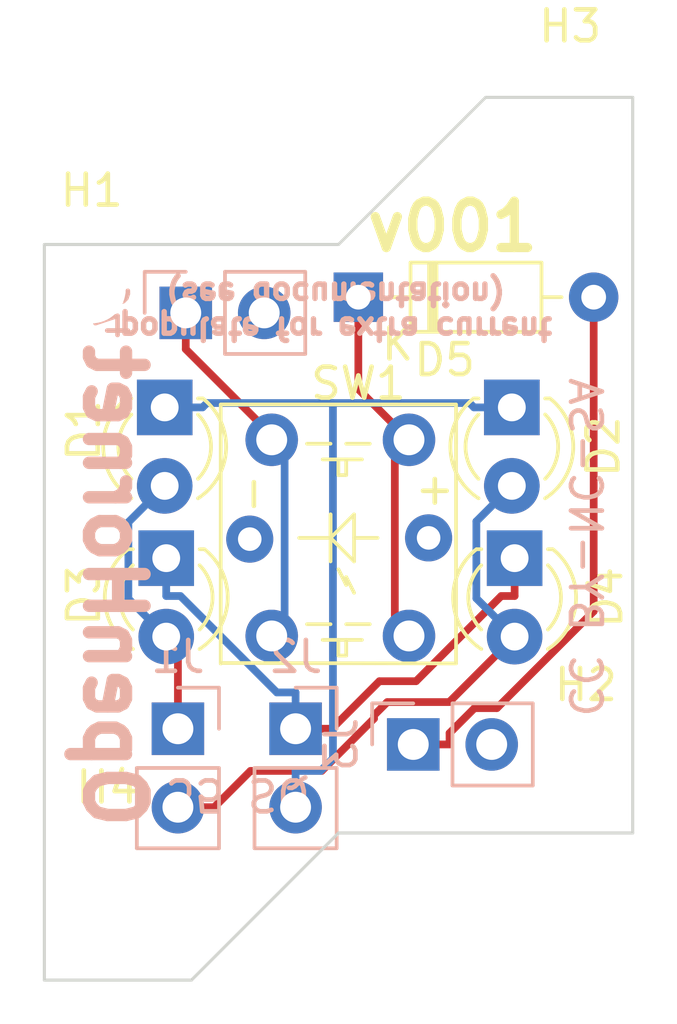
<source format=kicad_pcb>
(kicad_pcb (version 20171130) (host pcbnew "(5.1.5-0-10_14)")

  (general
    (thickness 1.6)
    (drawings 13)
    (tracks 54)
    (zones 0)
    (modules 14)
    (nets 12)
  )

  (page A4)
  (layers
    (0 F.Cu signal)
    (31 B.Cu signal)
    (32 B.Adhes user hide)
    (33 F.Adhes user hide)
    (34 B.Paste user)
    (35 F.Paste user)
    (36 B.SilkS user)
    (37 F.SilkS user)
    (38 B.Mask user)
    (39 F.Mask user)
    (40 Dwgs.User user hide)
    (41 Cmts.User user hide)
    (42 Eco1.User user hide)
    (43 Eco2.User user hide)
    (44 Edge.Cuts user)
    (45 Margin user hide)
    (46 B.CrtYd user)
    (47 F.CrtYd user)
    (48 B.Fab user hide)
    (49 F.Fab user hide)
  )

  (setup
    (last_trace_width 0.25)
    (trace_clearance 0.2)
    (zone_clearance 0.508)
    (zone_45_only no)
    (trace_min 0.2)
    (via_size 0.6)
    (via_drill 0.4)
    (via_min_size 0.4)
    (via_min_drill 0.3)
    (uvia_size 0.3)
    (uvia_drill 0.1)
    (uvias_allowed no)
    (uvia_min_size 0.2)
    (uvia_min_drill 0.1)
    (edge_width 0.15)
    (segment_width 0.2)
    (pcb_text_width 0.3)
    (pcb_text_size 1.5 1.5)
    (mod_edge_width 0.15)
    (mod_text_size 1 1)
    (mod_text_width 0.15)
    (pad_size 0.6 0.6)
    (pad_drill 0.4)
    (pad_to_mask_clearance 0.2)
    (aux_axis_origin 158.05648 106.68498)
    (grid_origin 158.05648 106.68498)
    (visible_elements 7FFFFFFF)
    (pcbplotparams
      (layerselection 0x010fc_ffffffff)
      (usegerberextensions false)
      (usegerberattributes false)
      (usegerberadvancedattributes false)
      (creategerberjobfile false)
      (excludeedgelayer true)
      (linewidth 0.100000)
      (plotframeref false)
      (viasonmask false)
      (mode 1)
      (useauxorigin false)
      (hpglpennumber 1)
      (hpglpenspeed 20)
      (hpglpendiameter 15.000000)
      (psnegative false)
      (psa4output false)
      (plotreference true)
      (plotvalue true)
      (plotinvisibletext false)
      (padsonsilk false)
      (subtractmaskfromsilk false)
      (outputformat 1)
      (mirror false)
      (drillshape 0)
      (scaleselection 1)
      (outputdirectory "manufacturing/gerber/"))
  )

  (net 0 "")
  (net 1 "Net-(D1-Pad1)")
  (net 2 "Net-(D3-Pad1)")
  (net 3 "Net-(D1-Pad2)")
  (net 4 "Net-(D2-Pad2)")
  (net 5 "Net-(J3-Pad2)")
  (net 6 "Net-(J4-Pad2)")
  (net 7 "Net-(J4-Pad1)")
  (net 8 "Net-(SW1-Pad6)")
  (net 9 "Net-(SW1-Pad5)")
  (net 10 "Net-(D5-Pad2)")
  (net 11 "Net-(D5-Pad1)")

  (net_class Default "This is the default net class."
    (clearance 0.2)
    (trace_width 0.25)
    (via_dia 0.6)
    (via_drill 0.4)
    (uvia_dia 0.3)
    (uvia_drill 0.1)
    (add_net "Net-(D1-Pad1)")
    (add_net "Net-(D1-Pad2)")
    (add_net "Net-(D2-Pad2)")
    (add_net "Net-(D3-Pad1)")
    (add_net "Net-(D5-Pad1)")
    (add_net "Net-(D5-Pad2)")
    (add_net "Net-(J3-Pad2)")
    (add_net "Net-(J4-Pad1)")
    (add_net "Net-(J4-Pad2)")
    (add_net "Net-(SW1-Pad5)")
    (add_net "Net-(SW1-Pad6)")
  )

  (module MountingHole:MountingHole_2.2mm_M2 (layer F.Cu) (tedit 56D1B4CB) (tstamp 5EEF18F0)
    (at 159.58048 84.33298)
    (descr "Mounting Hole 2.2mm, no annular, M2")
    (tags "mounting hole 2.2mm no annular m2")
    (path /5EEECC41)
    (attr virtual)
    (fp_text reference H1 (at 0 -3.2) (layer F.SilkS)
      (effects (font (size 1 1) (thickness 0.15)))
    )
    (fp_text value MountingHole (at 0 3.2) (layer F.Fab)
      (effects (font (size 1 1) (thickness 0.15)))
    )
    (fp_circle (center 0 0) (end 2.45 0) (layer F.CrtYd) (width 0.05))
    (fp_circle (center 0 0) (end 2.2 0) (layer Cmts.User) (width 0.15))
    (fp_text user %R (at 0.3 0) (layer F.Fab)
      (effects (font (size 1 1) (thickness 0.15)))
    )
    (pad 1 np_thru_hole circle (at 0 0) (size 2.2 2.2) (drill 2.2) (layers *.Cu *.Mask))
  )

  (module MountingHole:MountingHole_3.2mm_M3 (layer F.Cu) (tedit 56D1B4CB) (tstamp 5EEF1908)
    (at 160.08848 104.65298)
    (descr "Mounting Hole 3.2mm, no annular, M3")
    (tags "mounting hole 3.2mm no annular m3")
    (path /5EEED746)
    (attr virtual)
    (fp_text reference H4 (at 0 -4.2) (layer F.SilkS)
      (effects (font (size 1 1) (thickness 0.15)))
    )
    (fp_text value MountingHole (at 0 4.2) (layer F.Fab)
      (effects (font (size 1 1) (thickness 0.15)))
    )
    (fp_circle (center 0 0) (end 3.45 0) (layer F.CrtYd) (width 0.05))
    (fp_circle (center 0 0) (end 3.2 0) (layer Cmts.User) (width 0.15))
    (fp_text user %R (at 0.3 0) (layer F.Fab)
      (effects (font (size 1 1) (thickness 0.15)))
    )
    (pad 1 np_thru_hole circle (at 0 0) (size 3.2 3.2) (drill 3.2) (layers *.Cu *.Mask))
  )

  (module MountingHole:MountingHole_3.2mm_M3 (layer F.Cu) (tedit 56D1B4CB) (tstamp 5EEF1900)
    (at 175.07448 80.01498)
    (descr "Mounting Hole 3.2mm, no annular, M3")
    (tags "mounting hole 3.2mm no annular m3")
    (path /5EEED377)
    (attr virtual)
    (fp_text reference H3 (at 0 -4.2) (layer F.SilkS)
      (effects (font (size 1 1) (thickness 0.15)))
    )
    (fp_text value MountingHole (at 0 4.2) (layer F.Fab)
      (effects (font (size 1 1) (thickness 0.15)))
    )
    (fp_circle (center 0 0) (end 3.45 0) (layer F.CrtYd) (width 0.05))
    (fp_circle (center 0 0) (end 3.2 0) (layer Cmts.User) (width 0.15))
    (fp_text user %R (at 0.3 0) (layer F.Fab)
      (effects (font (size 1 1) (thickness 0.15)))
    )
    (pad 1 np_thru_hole circle (at 0 0) (size 3.2 3.2) (drill 3.2) (layers *.Cu *.Mask))
  )

  (module MountingHole:MountingHole_2.2mm_M2 (layer F.Cu) (tedit 56D1B4CB) (tstamp 5EEF18F8)
    (at 175.58248 100.33498)
    (descr "Mounting Hole 2.2mm, no annular, M2")
    (tags "mounting hole 2.2mm no annular m2")
    (path /5EEED081)
    (attr virtual)
    (fp_text reference H2 (at 0 -3.2) (layer F.SilkS)
      (effects (font (size 1 1) (thickness 0.15)))
    )
    (fp_text value MountingHole (at 0 3.2) (layer F.Fab)
      (effects (font (size 1 1) (thickness 0.15)))
    )
    (fp_circle (center 0 0) (end 2.45 0) (layer F.CrtYd) (width 0.05))
    (fp_circle (center 0 0) (end 2.2 0) (layer Cmts.User) (width 0.15))
    (fp_text user %R (at 0.3 0) (layer F.Fab)
      (effects (font (size 1 1) (thickness 0.15)))
    )
    (pad 1 np_thru_hole circle (at 0 0) (size 2.2 2.2) (drill 2.2) (layers *.Cu *.Mask))
  )

  (module Diode_THT:D_DO-35_SOD27_P7.62mm_Horizontal (layer F.Cu) (tedit 5AE50CD5) (tstamp 5EEEECB0)
    (at 168.216 84.587)
    (descr "Diode, DO-35_SOD27 series, Axial, Horizontal, pin pitch=7.62mm, , length*diameter=4*2mm^2, , http://www.diodes.com/_files/packages/DO-35.pdf")
    (tags "Diode DO-35_SOD27 series Axial Horizontal pin pitch 7.62mm  length 4mm diameter 2mm")
    (path /5EEF607D)
    (fp_text reference D5 (at 2.794 2.032) (layer F.SilkS)
      (effects (font (size 1 1) (thickness 0.15)))
    )
    (fp_text value 1N4148 (at 3.81 2.12) (layer F.Fab)
      (effects (font (size 1 1) (thickness 0.15)))
    )
    (fp_text user K (at 1.27 1.524) (layer F.SilkS)
      (effects (font (size 1 1) (thickness 0.15)))
    )
    (fp_text user K (at 0 -1.8) (layer F.Fab)
      (effects (font (size 1 1) (thickness 0.15)))
    )
    (fp_text user %R (at 4.11 0) (layer F.Fab)
      (effects (font (size 0.8 0.8) (thickness 0.12)))
    )
    (fp_line (start 8.67 -1.25) (end -1.05 -1.25) (layer F.CrtYd) (width 0.05))
    (fp_line (start 8.67 1.25) (end 8.67 -1.25) (layer F.CrtYd) (width 0.05))
    (fp_line (start -1.05 1.25) (end 8.67 1.25) (layer F.CrtYd) (width 0.05))
    (fp_line (start -1.05 -1.25) (end -1.05 1.25) (layer F.CrtYd) (width 0.05))
    (fp_line (start 2.29 -1.12) (end 2.29 1.12) (layer F.SilkS) (width 0.12))
    (fp_line (start 2.53 -1.12) (end 2.53 1.12) (layer F.SilkS) (width 0.12))
    (fp_line (start 2.41 -1.12) (end 2.41 1.12) (layer F.SilkS) (width 0.12))
    (fp_line (start 6.58 0) (end 5.93 0) (layer F.SilkS) (width 0.12))
    (fp_line (start 1.04 0) (end 1.69 0) (layer F.SilkS) (width 0.12))
    (fp_line (start 5.93 -1.12) (end 1.69 -1.12) (layer F.SilkS) (width 0.12))
    (fp_line (start 5.93 1.12) (end 5.93 -1.12) (layer F.SilkS) (width 0.12))
    (fp_line (start 1.69 1.12) (end 5.93 1.12) (layer F.SilkS) (width 0.12))
    (fp_line (start 1.69 -1.12) (end 1.69 1.12) (layer F.SilkS) (width 0.12))
    (fp_line (start 2.31 -1) (end 2.31 1) (layer F.Fab) (width 0.1))
    (fp_line (start 2.51 -1) (end 2.51 1) (layer F.Fab) (width 0.1))
    (fp_line (start 2.41 -1) (end 2.41 1) (layer F.Fab) (width 0.1))
    (fp_line (start 7.62 0) (end 5.81 0) (layer F.Fab) (width 0.1))
    (fp_line (start 0 0) (end 1.81 0) (layer F.Fab) (width 0.1))
    (fp_line (start 5.81 -1) (end 1.81 -1) (layer F.Fab) (width 0.1))
    (fp_line (start 5.81 1) (end 5.81 -1) (layer F.Fab) (width 0.1))
    (fp_line (start 1.81 1) (end 5.81 1) (layer F.Fab) (width 0.1))
    (fp_line (start 1.81 -1) (end 1.81 1) (layer F.Fab) (width 0.1))
    (pad 2 thru_hole oval (at 7.62 0) (size 1.6 1.6) (drill 0.8) (layers *.Cu *.Mask)
      (net 10 "Net-(D5-Pad2)"))
    (pad 1 thru_hole rect (at 0 0) (size 1.6 1.6) (drill 0.8) (layers *.Cu *.Mask)
      (net 11 "Net-(D5-Pad1)"))
    (model ${KISYS3DMOD}/Diode_THT.3dshapes/D_DO-35_SOD27_P7.62mm_Horizontal.wrl
      (at (xyz 0 0 0))
      (scale (xyz 1 1 1))
      (rotate (xyz 0 0 0))
    )
  )

  (module PT_Library_v001:PT_Small_Tactile_Switch_With_LED locked (layer F.Cu) (tedit 5EE4152B) (tstamp 5A7BFA59)
    (at 167.57 92.3785 270)
    (path /5A7BCF73)
    (fp_text reference SW1 (at -4.99752 -0.64648 180) (layer F.SilkS)
      (effects (font (size 1 1) (thickness 0.15)))
    )
    (fp_text value push (at 0 -0.5 90) (layer F.Fab)
      (effects (font (size 1 1) (thickness 0.15)))
    )
    (fp_line (start -4.318 -3.81) (end -3.048 -3.81) (layer F.SilkS) (width 0.12))
    (fp_line (start -4.32 3.81) (end -4.318 -3.81) (layer F.SilkS) (width 0.12))
    (fp_line (start 4.07 3.81) (end -4.312 3.81) (layer F.SilkS) (width 0.12))
    (fp_line (start 4.064 -3.81) (end 4.05 3.81) (layer F.SilkS) (width 0.12))
    (fp_line (start -4.064 -3.81) (end 4.064 -3.81) (layer F.SilkS) (width 0.12))
    (fp_text user - (at -1.42 2.81 90) (layer F.SilkS)
      (effects (font (size 1 1) (thickness 0.15)))
    )
    (fp_line (start 3.81 0) (end 3.302 0) (layer F.SilkS) (width 0.12))
    (fp_line (start 2.794 -1.016) (end 2.794 -0.254) (layer F.SilkS) (width 0.12))
    (fp_line (start 3.81 -0.254) (end 3.81 0) (layer F.SilkS) (width 0.12))
    (fp_line (start 3.302 -0.762) (end 3.302 0.508) (layer F.SilkS) (width 0.12))
    (fp_line (start 2.794 0.254) (end 2.794 1.016) (layer F.SilkS) (width 0.12))
    (fp_line (start 3.302 -0.254) (end 3.81 -0.254) (layer F.SilkS) (width 0.12))
    (fp_line (start -2.032 0) (end -2.54 0) (layer F.SilkS) (width 0.12))
    (fp_line (start -2.032 -0.254) (end -2.032 0) (layer F.SilkS) (width 0.12))
    (fp_line (start -2.54 -0.254) (end -2.032 -0.254) (layer F.SilkS) (width 0.12))
    (fp_line (start -2.54 -0.762) (end -2.54 0.508) (layer F.SilkS) (width 0.12))
    (fp_line (start -3.048 0.254) (end -3.048 1.016) (layer F.SilkS) (width 0.12))
    (fp_line (start -3.048 -1.016) (end -3.048 -0.254) (layer F.SilkS) (width 0.12))
    (fp_line (start 1.524 -0.254) (end 1.016 0) (layer F.SilkS) (width 0.12))
    (fp_line (start 1.27 -0.254) (end 1.524 -0.254) (layer F.SilkS) (width 0.12))
    (fp_line (start 1.778 -0.508) (end 1.27 -0.254) (layer F.SilkS) (width 0.12))
    (fp_line (start 0 0.254) (end 0 1.27) (layer F.SilkS) (width 0.12))
    (fp_line (start -0.762 0.254) (end 0 0.254) (layer F.SilkS) (width 0.12))
    (fp_line (start 0.762 0.254) (end -0.762 0.254) (layer F.SilkS) (width 0.12))
    (fp_line (start -0.762 -0.508) (end 0 -0.508) (layer F.SilkS) (width 0.12))
    (fp_line (start 0 0.254) (end -0.762 -0.508) (layer F.SilkS) (width 0.12))
    (fp_line (start 0.762 -0.508) (end 0 0.254) (layer F.SilkS) (width 0.12))
    (fp_line (start 0 -0.508) (end 0.762 -0.508) (layer F.SilkS) (width 0.12))
    (fp_line (start 0 -1.27) (end 0 -0.508) (layer F.SilkS) (width 0.12))
    (fp_text user + (at -1.524 -3.048 90) (layer F.SilkS)
      (effects (font (size 1 1) (thickness 0.15)))
    )
    (pad 6 thru_hole circle (at 0.04 2.87 270) (size 1.524 1.524) (drill 0.762) (layers *.Cu *.Mask)
      (net 8 "Net-(SW1-Pad6)"))
    (pad 5 thru_hole circle (at 0 -2.921 270) (size 1.524 1.524) (drill 0.762) (layers *.Cu *.Mask)
      (net 9 "Net-(SW1-Pad5)"))
    (pad 4 thru_hole circle (at 3.175 2.159 270) (size 1.7 1.7) (drill 1) (layers *.Cu *.Mask)
      (net 7 "Net-(J4-Pad1)"))
    (pad 3 thru_hole circle (at -3.175 2.159 270) (size 1.7 1.7) (drill 1) (layers *.Cu *.Mask)
      (net 7 "Net-(J4-Pad1)"))
    (pad 2 thru_hole circle (at 3.175 -2.286 270) (size 1.7 1.7) (drill 1) (layers *.Cu *.Mask)
      (net 11 "Net-(D5-Pad1)"))
    (pad 1 thru_hole circle (at -3.175 -2.286 270) (size 1.7 1.7) (drill 1) (layers *.Cu *.Mask)
      (net 11 "Net-(D5-Pad1)"))
  )

  (module Connector_PinHeader_2.54mm:PinHeader_1x02_P2.54mm_Vertical (layer B.Cu) (tedit 59FED5CC) (tstamp 5EE5D7DE)
    (at 162.628 85.095 270)
    (descr "Through hole straight pin header, 1x02, 2.54mm pitch, single row")
    (tags "Through hole pin header THT 1x02 2.54mm single row")
    (path /5EE5B359)
    (fp_text reference J4 (at 0 2.33 270) (layer B.SilkS)
      (effects (font (size 1 1) (thickness 0.15)) (justify mirror))
    )
    (fp_text value SwitchRow (at 0 -4.87 270) (layer B.Fab)
      (effects (font (size 1 1) (thickness 0.15)) (justify mirror))
    )
    (fp_text user %R (at 0 -1.27) (layer B.Fab)
      (effects (font (size 1 1) (thickness 0.15)) (justify mirror))
    )
    (fp_line (start 1.8 1.8) (end -1.8 1.8) (layer B.CrtYd) (width 0.05))
    (fp_line (start 1.8 -4.35) (end 1.8 1.8) (layer B.CrtYd) (width 0.05))
    (fp_line (start -1.8 -4.35) (end 1.8 -4.35) (layer B.CrtYd) (width 0.05))
    (fp_line (start -1.8 1.8) (end -1.8 -4.35) (layer B.CrtYd) (width 0.05))
    (fp_line (start -1.33 1.33) (end 0 1.33) (layer B.SilkS) (width 0.12))
    (fp_line (start -1.33 0) (end -1.33 1.33) (layer B.SilkS) (width 0.12))
    (fp_line (start -1.33 -1.27) (end 1.33 -1.27) (layer B.SilkS) (width 0.12))
    (fp_line (start 1.33 -1.27) (end 1.33 -3.87) (layer B.SilkS) (width 0.12))
    (fp_line (start -1.33 -1.27) (end -1.33 -3.87) (layer B.SilkS) (width 0.12))
    (fp_line (start -1.33 -3.87) (end 1.33 -3.87) (layer B.SilkS) (width 0.12))
    (fp_line (start -1.27 0.635) (end -0.635 1.27) (layer B.Fab) (width 0.1))
    (fp_line (start -1.27 -3.81) (end -1.27 0.635) (layer B.Fab) (width 0.1))
    (fp_line (start 1.27 -3.81) (end -1.27 -3.81) (layer B.Fab) (width 0.1))
    (fp_line (start 1.27 1.27) (end 1.27 -3.81) (layer B.Fab) (width 0.1))
    (fp_line (start -0.635 1.27) (end 1.27 1.27) (layer B.Fab) (width 0.1))
    (pad 2 thru_hole oval (at 0 -2.54 270) (size 1.7 1.7) (drill 1) (layers *.Cu *.Mask)
      (net 6 "Net-(J4-Pad2)"))
    (pad 1 thru_hole rect (at 0 0 270) (size 1.7 1.7) (drill 1) (layers *.Cu *.Mask)
      (net 7 "Net-(J4-Pad1)"))
    (model ${KISYS3DMOD}/Connector_PinHeader_2.54mm.3dshapes/PinHeader_1x02_P2.54mm_Vertical.wrl
      (at (xyz 0 0 0))
      (scale (xyz 1 1 1))
      (rotate (xyz 0 0 0))
    )
  )

  (module Connector_PinHeader_2.54mm:PinHeader_1x02_P2.54mm_Vertical (layer B.Cu) (tedit 59FED5CC) (tstamp 5EE5D7C8)
    (at 169.994 99.065 270)
    (descr "Through hole straight pin header, 1x02, 2.54mm pitch, single row")
    (tags "Through hole pin header THT 1x02 2.54mm single row")
    (path /5EE5A9D9)
    (fp_text reference J3 (at 0 2.33 270) (layer B.SilkS)
      (effects (font (size 1 1) (thickness 0.15)) (justify mirror))
    )
    (fp_text value SwitchCol (at 0 -4.87 270) (layer B.Fab)
      (effects (font (size 1 1) (thickness 0.15)) (justify mirror))
    )
    (fp_text user %R (at 0 -1.27) (layer B.Fab)
      (effects (font (size 1 1) (thickness 0.15)) (justify mirror))
    )
    (fp_line (start 1.8 1.8) (end -1.8 1.8) (layer B.CrtYd) (width 0.05))
    (fp_line (start 1.8 -4.35) (end 1.8 1.8) (layer B.CrtYd) (width 0.05))
    (fp_line (start -1.8 -4.35) (end 1.8 -4.35) (layer B.CrtYd) (width 0.05))
    (fp_line (start -1.8 1.8) (end -1.8 -4.35) (layer B.CrtYd) (width 0.05))
    (fp_line (start -1.33 1.33) (end 0 1.33) (layer B.SilkS) (width 0.12))
    (fp_line (start -1.33 0) (end -1.33 1.33) (layer B.SilkS) (width 0.12))
    (fp_line (start -1.33 -1.27) (end 1.33 -1.27) (layer B.SilkS) (width 0.12))
    (fp_line (start 1.33 -1.27) (end 1.33 -3.87) (layer B.SilkS) (width 0.12))
    (fp_line (start -1.33 -1.27) (end -1.33 -3.87) (layer B.SilkS) (width 0.12))
    (fp_line (start -1.33 -3.87) (end 1.33 -3.87) (layer B.SilkS) (width 0.12))
    (fp_line (start -1.27 0.635) (end -0.635 1.27) (layer B.Fab) (width 0.1))
    (fp_line (start -1.27 -3.81) (end -1.27 0.635) (layer B.Fab) (width 0.1))
    (fp_line (start 1.27 -3.81) (end -1.27 -3.81) (layer B.Fab) (width 0.1))
    (fp_line (start 1.27 1.27) (end 1.27 -3.81) (layer B.Fab) (width 0.1))
    (fp_line (start -0.635 1.27) (end 1.27 1.27) (layer B.Fab) (width 0.1))
    (pad 2 thru_hole oval (at 0 -2.54 270) (size 1.7 1.7) (drill 1) (layers *.Cu *.Mask)
      (net 5 "Net-(J3-Pad2)"))
    (pad 1 thru_hole rect (at 0 0 270) (size 1.7 1.7) (drill 1) (layers *.Cu *.Mask)
      (net 10 "Net-(D5-Pad2)"))
    (model ${KISYS3DMOD}/Connector_PinHeader_2.54mm.3dshapes/PinHeader_1x02_P2.54mm_Vertical.wrl
      (at (xyz 0 0 0))
      (scale (xyz 1 1 1))
      (rotate (xyz 0 0 0))
    )
  )

  (module Connector_PinHeader_2.54mm:PinHeader_1x02_P2.54mm_Vertical (layer B.Cu) (tedit 59FED5CC) (tstamp 5EE5D7B2)
    (at 166.184 98.557 180)
    (descr "Through hole straight pin header, 1x02, 2.54mm pitch, single row")
    (tags "Through hole pin header THT 1x02 2.54mm single row")
    (path /5EE5BA11)
    (fp_text reference J2 (at 0 2.33 180) (layer B.SilkS)
      (effects (font (size 1 1) (thickness 0.15)) (justify mirror))
    )
    (fp_text value LedCathode (at 0 -4.87 180) (layer B.Fab)
      (effects (font (size 1 1) (thickness 0.15)) (justify mirror))
    )
    (fp_text user %R (at 0 -1.27 90) (layer B.Fab)
      (effects (font (size 1 1) (thickness 0.15)) (justify mirror))
    )
    (fp_line (start 1.8 1.8) (end -1.8 1.8) (layer B.CrtYd) (width 0.05))
    (fp_line (start 1.8 -4.35) (end 1.8 1.8) (layer B.CrtYd) (width 0.05))
    (fp_line (start -1.8 -4.35) (end 1.8 -4.35) (layer B.CrtYd) (width 0.05))
    (fp_line (start -1.8 1.8) (end -1.8 -4.35) (layer B.CrtYd) (width 0.05))
    (fp_line (start -1.33 1.33) (end 0 1.33) (layer B.SilkS) (width 0.12))
    (fp_line (start -1.33 0) (end -1.33 1.33) (layer B.SilkS) (width 0.12))
    (fp_line (start -1.33 -1.27) (end 1.33 -1.27) (layer B.SilkS) (width 0.12))
    (fp_line (start 1.33 -1.27) (end 1.33 -3.87) (layer B.SilkS) (width 0.12))
    (fp_line (start -1.33 -1.27) (end -1.33 -3.87) (layer B.SilkS) (width 0.12))
    (fp_line (start -1.33 -3.87) (end 1.33 -3.87) (layer B.SilkS) (width 0.12))
    (fp_line (start -1.27 0.635) (end -0.635 1.27) (layer B.Fab) (width 0.1))
    (fp_line (start -1.27 -3.81) (end -1.27 0.635) (layer B.Fab) (width 0.1))
    (fp_line (start 1.27 -3.81) (end -1.27 -3.81) (layer B.Fab) (width 0.1))
    (fp_line (start 1.27 1.27) (end 1.27 -3.81) (layer B.Fab) (width 0.1))
    (fp_line (start -0.635 1.27) (end 1.27 1.27) (layer B.Fab) (width 0.1))
    (pad 2 thru_hole oval (at 0 -2.54 180) (size 1.7 1.7) (drill 1) (layers *.Cu *.Mask)
      (net 1 "Net-(D1-Pad1)"))
    (pad 1 thru_hole rect (at 0 0 180) (size 1.7 1.7) (drill 1) (layers *.Cu *.Mask)
      (net 2 "Net-(D3-Pad1)"))
    (model ${KISYS3DMOD}/Connector_PinHeader_2.54mm.3dshapes/PinHeader_1x02_P2.54mm_Vertical.wrl
      (at (xyz 0 0 0))
      (scale (xyz 1 1 1))
      (rotate (xyz 0 0 0))
    )
  )

  (module Connector_PinHeader_2.54mm:PinHeader_1x02_P2.54mm_Vertical (layer B.Cu) (tedit 59FED5CC) (tstamp 5EE5D79C)
    (at 162.374 98.557 180)
    (descr "Through hole straight pin header, 1x02, 2.54mm pitch, single row")
    (tags "Through hole pin header THT 1x02 2.54mm single row")
    (path /5EE5C1EE)
    (fp_text reference J1 (at 0 2.33 180) (layer B.SilkS)
      (effects (font (size 1 1) (thickness 0.15)) (justify mirror))
    )
    (fp_text value LedAnode (at 0 -4.87 180) (layer B.Fab)
      (effects (font (size 1 1) (thickness 0.15)) (justify mirror))
    )
    (fp_text user %R (at 0 -1.27 90) (layer B.Fab)
      (effects (font (size 1 1) (thickness 0.15)) (justify mirror))
    )
    (fp_line (start 1.8 1.8) (end -1.8 1.8) (layer B.CrtYd) (width 0.05))
    (fp_line (start 1.8 -4.35) (end 1.8 1.8) (layer B.CrtYd) (width 0.05))
    (fp_line (start -1.8 -4.35) (end 1.8 -4.35) (layer B.CrtYd) (width 0.05))
    (fp_line (start -1.8 1.8) (end -1.8 -4.35) (layer B.CrtYd) (width 0.05))
    (fp_line (start -1.33 1.33) (end 0 1.33) (layer B.SilkS) (width 0.12))
    (fp_line (start -1.33 0) (end -1.33 1.33) (layer B.SilkS) (width 0.12))
    (fp_line (start -1.33 -1.27) (end 1.33 -1.27) (layer B.SilkS) (width 0.12))
    (fp_line (start 1.33 -1.27) (end 1.33 -3.87) (layer B.SilkS) (width 0.12))
    (fp_line (start -1.33 -1.27) (end -1.33 -3.87) (layer B.SilkS) (width 0.12))
    (fp_line (start -1.33 -3.87) (end 1.33 -3.87) (layer B.SilkS) (width 0.12))
    (fp_line (start -1.27 0.635) (end -0.635 1.27) (layer B.Fab) (width 0.1))
    (fp_line (start -1.27 -3.81) (end -1.27 0.635) (layer B.Fab) (width 0.1))
    (fp_line (start 1.27 -3.81) (end -1.27 -3.81) (layer B.Fab) (width 0.1))
    (fp_line (start 1.27 1.27) (end 1.27 -3.81) (layer B.Fab) (width 0.1))
    (fp_line (start -0.635 1.27) (end 1.27 1.27) (layer B.Fab) (width 0.1))
    (pad 2 thru_hole oval (at 0 -2.54 180) (size 1.7 1.7) (drill 1) (layers *.Cu *.Mask)
      (net 4 "Net-(D2-Pad2)"))
    (pad 1 thru_hole rect (at 0 0 180) (size 1.7 1.7) (drill 1) (layers *.Cu *.Mask)
      (net 3 "Net-(D1-Pad2)"))
    (model ${KISYS3DMOD}/Connector_PinHeader_2.54mm.3dshapes/PinHeader_1x02_P2.54mm_Vertical.wrl
      (at (xyz 0 0 0))
      (scale (xyz 1 1 1))
      (rotate (xyz 0 0 0))
    )
  )

  (module LED_THT:LED_D3.0mm (layer F.Cu) (tedit 587A3A7B) (tstamp 5A7BFA01)
    (at 173.276 93.035 270)
    (descr "LED, diameter 3.0mm, 2 pins")
    (tags "LED diameter 3.0mm 2 pins")
    (path /5A7BDE93)
    (fp_text reference D4 (at 1.27 -2.96 90) (layer F.SilkS)
      (effects (font (size 1 1) (thickness 0.15)))
    )
    (fp_text value LED (at 1.27 2.96 90) (layer F.Fab)
      (effects (font (size 1 1) (thickness 0.15)))
    )
    (fp_line (start 3.7 -2.25) (end -1.15 -2.25) (layer F.CrtYd) (width 0.05))
    (fp_line (start 3.7 2.25) (end 3.7 -2.25) (layer F.CrtYd) (width 0.05))
    (fp_line (start -1.15 2.25) (end 3.7 2.25) (layer F.CrtYd) (width 0.05))
    (fp_line (start -1.15 -2.25) (end -1.15 2.25) (layer F.CrtYd) (width 0.05))
    (fp_line (start -0.29 1.08) (end -0.29 1.236) (layer F.SilkS) (width 0.12))
    (fp_line (start -0.29 -1.236) (end -0.29 -1.08) (layer F.SilkS) (width 0.12))
    (fp_line (start -0.23 -1.16619) (end -0.23 1.16619) (layer F.Fab) (width 0.1))
    (fp_circle (center 1.27 0) (end 2.77 0) (layer F.Fab) (width 0.1))
    (fp_arc (start 1.27 0) (end 0.229039 1.08) (angle -87.9) (layer F.SilkS) (width 0.12))
    (fp_arc (start 1.27 0) (end 0.229039 -1.08) (angle 87.9) (layer F.SilkS) (width 0.12))
    (fp_arc (start 1.27 0) (end -0.29 1.235516) (angle -108.8) (layer F.SilkS) (width 0.12))
    (fp_arc (start 1.27 0) (end -0.29 -1.235516) (angle 108.8) (layer F.SilkS) (width 0.12))
    (fp_arc (start 1.27 0) (end -0.23 -1.16619) (angle 284.3) (layer F.Fab) (width 0.1))
    (pad 2 thru_hole circle (at 2.54 0 270) (size 1.8 1.8) (drill 0.9) (layers *.Cu *.Mask)
      (net 4 "Net-(D2-Pad2)"))
    (pad 1 thru_hole rect (at 0 0 270) (size 1.8 1.8) (drill 0.9) (layers *.Cu *.Mask)
      (net 2 "Net-(D3-Pad1)"))
    (model ${KISYS3DMOD}/LED_THT.3dshapes/LED_D3.0mm.wrl
      (at (xyz 0 0 0))
      (scale (xyz 1 1 1))
      (rotate (xyz 0 0 0))
    )
  )

  (module LED_THT:LED_D3.0mm (layer F.Cu) (tedit 587A3A7B) (tstamp 5A7BF9EC)
    (at 161.996 93.035 270)
    (descr "LED, diameter 3.0mm, 2 pins")
    (tags "LED diameter 3.0mm 2 pins")
    (path /5A7BDE66)
    (fp_text reference D3 (at 1.20398 2.66952 90) (layer F.SilkS)
      (effects (font (size 1 1) (thickness 0.15)))
    )
    (fp_text value LED (at 1.27 2.96 90) (layer F.Fab)
      (effects (font (size 1 1) (thickness 0.15)))
    )
    (fp_line (start 3.7 -2.25) (end -1.15 -2.25) (layer F.CrtYd) (width 0.05))
    (fp_line (start 3.7 2.25) (end 3.7 -2.25) (layer F.CrtYd) (width 0.05))
    (fp_line (start -1.15 2.25) (end 3.7 2.25) (layer F.CrtYd) (width 0.05))
    (fp_line (start -1.15 -2.25) (end -1.15 2.25) (layer F.CrtYd) (width 0.05))
    (fp_line (start -0.29 1.08) (end -0.29 1.236) (layer F.SilkS) (width 0.12))
    (fp_line (start -0.29 -1.236) (end -0.29 -1.08) (layer F.SilkS) (width 0.12))
    (fp_line (start -0.23 -1.16619) (end -0.23 1.16619) (layer F.Fab) (width 0.1))
    (fp_circle (center 1.27 0) (end 2.77 0) (layer F.Fab) (width 0.1))
    (fp_arc (start 1.27 0) (end 0.229039 1.08) (angle -87.9) (layer F.SilkS) (width 0.12))
    (fp_arc (start 1.27 0) (end 0.229039 -1.08) (angle 87.9) (layer F.SilkS) (width 0.12))
    (fp_arc (start 1.27 0) (end -0.29 1.235516) (angle -108.8) (layer F.SilkS) (width 0.12))
    (fp_arc (start 1.27 0) (end -0.29 -1.235516) (angle 108.8) (layer F.SilkS) (width 0.12))
    (fp_arc (start 1.27 0) (end -0.23 -1.16619) (angle 284.3) (layer F.Fab) (width 0.1))
    (pad 2 thru_hole circle (at 2.54 0 270) (size 1.8 1.8) (drill 0.9) (layers *.Cu *.Mask)
      (net 3 "Net-(D1-Pad2)"))
    (pad 1 thru_hole rect (at 0 0 270) (size 1.8 1.8) (drill 0.9) (layers *.Cu *.Mask)
      (net 2 "Net-(D3-Pad1)"))
    (model ${KISYS3DMOD}/LED_THT.3dshapes/LED_D3.0mm.wrl
      (at (xyz 0 0 0))
      (scale (xyz 1 1 1))
      (rotate (xyz 0 0 0))
    )
  )

  (module LED_THT:LED_D3.0mm (layer F.Cu) (tedit 587A3A7B) (tstamp 5A7BF9D7)
    (at 173.186 88.155 270)
    (descr "LED, diameter 3.0mm, 2 pins")
    (tags "LED diameter 3.0mm 2 pins")
    (path /5A7BDE34)
    (fp_text reference D2 (at 1.27 -2.96 90) (layer F.SilkS)
      (effects (font (size 1 1) (thickness 0.15)))
    )
    (fp_text value LED (at 1.27 2.96 90) (layer F.Fab)
      (effects (font (size 1 1) (thickness 0.15)))
    )
    (fp_line (start 3.7 -2.25) (end -1.15 -2.25) (layer F.CrtYd) (width 0.05))
    (fp_line (start 3.7 2.25) (end 3.7 -2.25) (layer F.CrtYd) (width 0.05))
    (fp_line (start -1.15 2.25) (end 3.7 2.25) (layer F.CrtYd) (width 0.05))
    (fp_line (start -1.15 -2.25) (end -1.15 2.25) (layer F.CrtYd) (width 0.05))
    (fp_line (start -0.29 1.08) (end -0.29 1.236) (layer F.SilkS) (width 0.12))
    (fp_line (start -0.29 -1.236) (end -0.29 -1.08) (layer F.SilkS) (width 0.12))
    (fp_line (start -0.23 -1.16619) (end -0.23 1.16619) (layer F.Fab) (width 0.1))
    (fp_circle (center 1.27 0) (end 2.77 0) (layer F.Fab) (width 0.1))
    (fp_arc (start 1.27 0) (end 0.229039 1.08) (angle -87.9) (layer F.SilkS) (width 0.12))
    (fp_arc (start 1.27 0) (end 0.229039 -1.08) (angle 87.9) (layer F.SilkS) (width 0.12))
    (fp_arc (start 1.27 0) (end -0.29 1.235516) (angle -108.8) (layer F.SilkS) (width 0.12))
    (fp_arc (start 1.27 0) (end -0.29 -1.235516) (angle 108.8) (layer F.SilkS) (width 0.12))
    (fp_arc (start 1.27 0) (end -0.23 -1.16619) (angle 284.3) (layer F.Fab) (width 0.1))
    (pad 2 thru_hole circle (at 2.54 0 270) (size 1.8 1.8) (drill 0.9) (layers *.Cu *.Mask)
      (net 4 "Net-(D2-Pad2)"))
    (pad 1 thru_hole rect (at 0 0 270) (size 1.8 1.8) (drill 0.9) (layers *.Cu *.Mask)
      (net 1 "Net-(D1-Pad1)"))
    (model ${KISYS3DMOD}/LED_THT.3dshapes/LED_D3.0mm.wrl
      (at (xyz 0 0 0))
      (scale (xyz 1 1 1))
      (rotate (xyz 0 0 0))
    )
  )

  (module LED_THT:LED_D3.0mm (layer F.Cu) (tedit 587A3A7B) (tstamp 5A7BF9C2)
    (at 161.946 88.155 270)
    (descr "LED, diameter 3.0mm, 2 pins")
    (tags "LED diameter 3.0mm 2 pins")
    (path /5A7BDB8B)
    (fp_text reference D1 (at 0.74998 2.61952 90) (layer F.SilkS)
      (effects (font (size 1 1) (thickness 0.15)))
    )
    (fp_text value LED (at 1.27 2.96 90) (layer F.Fab)
      (effects (font (size 1 1) (thickness 0.15)))
    )
    (fp_line (start 3.7 -2.25) (end -1.15 -2.25) (layer F.CrtYd) (width 0.05))
    (fp_line (start 3.7 2.25) (end 3.7 -2.25) (layer F.CrtYd) (width 0.05))
    (fp_line (start -1.15 2.25) (end 3.7 2.25) (layer F.CrtYd) (width 0.05))
    (fp_line (start -1.15 -2.25) (end -1.15 2.25) (layer F.CrtYd) (width 0.05))
    (fp_line (start -0.29 1.08) (end -0.29 1.236) (layer F.SilkS) (width 0.12))
    (fp_line (start -0.29 -1.236) (end -0.29 -1.08) (layer F.SilkS) (width 0.12))
    (fp_line (start -0.23 -1.16619) (end -0.23 1.16619) (layer F.Fab) (width 0.1))
    (fp_circle (center 1.27 0) (end 2.77 0) (layer F.Fab) (width 0.1))
    (fp_arc (start 1.27 0) (end 0.229039 1.08) (angle -87.9) (layer F.SilkS) (width 0.12))
    (fp_arc (start 1.27 0) (end 0.229039 -1.08) (angle 87.9) (layer F.SilkS) (width 0.12))
    (fp_arc (start 1.27 0) (end -0.29 1.235516) (angle -108.8) (layer F.SilkS) (width 0.12))
    (fp_arc (start 1.27 0) (end -0.29 -1.235516) (angle 108.8) (layer F.SilkS) (width 0.12))
    (fp_arc (start 1.27 0) (end -0.23 -1.16619) (angle 284.3) (layer F.Fab) (width 0.1))
    (pad 2 thru_hole circle (at 2.54 0 270) (size 1.8 1.8) (drill 0.9) (layers *.Cu *.Mask)
      (net 3 "Net-(D1-Pad2)"))
    (pad 1 thru_hole rect (at 0 0 270) (size 1.8 1.8) (drill 0.9) (layers *.Cu *.Mask)
      (net 1 "Net-(D1-Pad1)"))
    (model ${KISYS3DMOD}/LED_THT.3dshapes/LED_D3.0mm.wrl
      (at (xyz 0 0 0))
      (scale (xyz 1 1 1))
      (rotate (xyz 0 0 0))
    )
  )

  (gr_text v001 (at 171.26448 82.30098) (layer F.SilkS)
    (effects (font (size 1.5 1.5) (thickness 0.3)))
  )
  (gr_text "CC BY-NC-SA" (at 175.55648 92.68498 270) (layer B.SilkS)
    (effects (font (size 1 1) (thickness 0.15)) (justify mirror))
  )
  (gr_text "55 SQ" (at 164.30648 100.68498 180) (layer B.SilkS)
    (effects (font (size 1 1) (thickness 0.15)) (justify mirror))
  )
  (gr_text OpenHornet (at 160.30648 93.93498 270) (layer B.SilkS)
    (effects (font (size 1.8 1.8) (thickness 0.4)) (justify mirror))
  )
  (gr_text "populate for extra current\n(see documentation)" (at 167.479533 85.038539 180) (layer B.SilkS)
    (effects (font (size 0.7 0.7) (thickness 0.175)) (justify mirror))
  )
  (gr_line (start 158.049533 106.693539) (end 158.049533 82.881039) (layer Edge.Cuts) (width 0.1))
  (gr_line (start 162.812033 106.693539) (end 167.574533 101.931039) (layer Edge.Cuts) (width 0.1))
  (gr_line (start 158.049533 82.881039) (end 167.574533 82.881039) (layer Edge.Cuts) (width 0.1))
  (gr_line (start 172.337033 78.118539) (end 167.574533 82.881039) (layer Edge.Cuts) (width 0.1))
  (gr_line (start 172.337033 78.118539) (end 177.099533 78.118539) (layer Edge.Cuts) (width 0.1))
  (gr_line (start 177.099533 78.118539) (end 177.099533 101.931039) (layer Edge.Cuts) (width 0.1))
  (gr_line (start 162.812033 106.693539) (end 158.049533 106.693539) (layer Edge.Cuts) (width 0.1))
  (gr_line (start 177.099533 101.931039) (end 167.574533 101.931039) (layer Edge.Cuts) (width 0.1))

  (segment (start 167.3929 88.0139) (end 171.8196 88.0139) (width 0.25) (layer B.Cu) (net 1))
  (segment (start 171.8196 88.0139) (end 171.9607 88.155) (width 0.25) (layer B.Cu) (net 1))
  (segment (start 163.1713 88.155) (end 163.3124 88.0139) (width 0.25) (layer B.Cu) (net 1))
  (segment (start 163.3124 88.0139) (end 167.3929 88.0139) (width 0.25) (layer B.Cu) (net 1))
  (segment (start 167.3929 88.0139) (end 167.3929 99.5208) (width 0.25) (layer B.Cu) (net 1))
  (segment (start 167.3929 99.5208) (end 166.992 99.9217) (width 0.25) (layer B.Cu) (net 1))
  (segment (start 166.992 99.9217) (end 166.184 99.9217) (width 0.25) (layer B.Cu) (net 1))
  (segment (start 166.184 101.097) (end 166.184 99.9217) (width 0.25) (layer B.Cu) (net 1))
  (segment (start 173.186 88.155) (end 171.9607 88.155) (width 0.25) (layer B.Cu) (net 1))
  (segment (start 161.946 88.155) (end 163.1713 88.155) (width 0.25) (layer B.Cu) (net 1))
  (segment (start 173.276 94.2603) (end 172.8422 94.2603) (width 0.25) (layer F.Cu) (net 2))
  (segment (start 172.8422 94.2603) (end 170.0843 97.0182) (width 0.25) (layer F.Cu) (net 2))
  (segment (start 170.0843 97.0182) (end 168.8981 97.0182) (width 0.25) (layer F.Cu) (net 2))
  (segment (start 168.8981 97.0182) (end 167.3593 98.557) (width 0.25) (layer F.Cu) (net 2))
  (segment (start 166.184 98.557) (end 167.3593 98.557) (width 0.25) (layer F.Cu) (net 2))
  (segment (start 173.276 93.035) (end 173.276 94.2603) (width 0.25) (layer F.Cu) (net 2))
  (segment (start 166.184 98.557) (end 166.184 97.3817) (width 0.25) (layer B.Cu) (net 2))
  (segment (start 161.996 93.035) (end 161.996 94.2603) (width 0.25) (layer B.Cu) (net 2))
  (segment (start 161.996 94.2603) (end 162.4556 94.2603) (width 0.25) (layer B.Cu) (net 2))
  (segment (start 162.4556 94.2603) (end 165.577 97.3817) (width 0.25) (layer B.Cu) (net 2))
  (segment (start 165.577 97.3817) (end 166.184 97.3817) (width 0.25) (layer B.Cu) (net 2))
  (segment (start 161.996 95.575) (end 162.374 95.953) (width 0.25) (layer F.Cu) (net 3))
  (segment (start 162.374 95.953) (end 162.374 98.557) (width 0.25) (layer F.Cu) (net 3))
  (segment (start 161.946 90.695) (end 160.7706 91.8704) (width 0.25) (layer B.Cu) (net 3))
  (segment (start 160.7706 91.8704) (end 160.7706 94.3496) (width 0.25) (layer B.Cu) (net 3))
  (segment (start 160.7706 94.3496) (end 161.996 95.575) (width 0.25) (layer B.Cu) (net 3))
  (segment (start 162.374 101.097) (end 163.5493 101.097) (width 0.25) (layer F.Cu) (net 4))
  (segment (start 173.276 95.575) (end 171.1574 97.6936) (width 0.25) (layer F.Cu) (net 4))
  (segment (start 171.1574 97.6936) (end 169.1518 97.6936) (width 0.25) (layer F.Cu) (net 4))
  (segment (start 169.1518 97.6936) (end 168.724 98.1214) (width 0.25) (layer F.Cu) (net 4))
  (segment (start 168.724 98.1214) (end 168.724 98.2281) (width 0.25) (layer F.Cu) (net 4))
  (segment (start 168.724 98.2281) (end 167.0304 99.9217) (width 0.25) (layer F.Cu) (net 4))
  (segment (start 167.0304 99.9217) (end 164.7246 99.9217) (width 0.25) (layer F.Cu) (net 4))
  (segment (start 164.7246 99.9217) (end 163.5493 101.097) (width 0.25) (layer F.Cu) (net 4))
  (segment (start 173.186 90.695) (end 172.0379 91.8431) (width 0.25) (layer B.Cu) (net 4))
  (segment (start 172.0379 91.8431) (end 172.0379 94.3369) (width 0.25) (layer B.Cu) (net 4))
  (segment (start 172.0379 94.3369) (end 173.276 95.575) (width 0.25) (layer B.Cu) (net 4))
  (segment (start 162.628 85.095) (end 162.628 86.2703) (width 0.25) (layer F.Cu) (net 7))
  (segment (start 162.628 86.2703) (end 165.411 89.0533) (width 0.25) (layer F.Cu) (net 7))
  (segment (start 165.411 89.0533) (end 165.411 89.2035) (width 0.25) (layer F.Cu) (net 7))
  (segment (start 165.411 89.2035) (end 165.8285 89.621) (width 0.25) (layer B.Cu) (net 7))
  (segment (start 165.8285 89.621) (end 165.8285 95.136) (width 0.25) (layer B.Cu) (net 7))
  (segment (start 165.8285 95.136) (end 165.411 95.5535) (width 0.25) (layer B.Cu) (net 7))
  (segment (start 169.994 99.065) (end 171.1693 99.065) (width 0.25) (layer F.Cu) (net 10))
  (segment (start 171.1693 99.065) (end 171.1693 98.6976) (width 0.25) (layer F.Cu) (net 10))
  (segment (start 171.1693 98.6976) (end 171.9772 97.8897) (width 0.25) (layer F.Cu) (net 10))
  (segment (start 171.9772 97.8897) (end 172.7022 97.8897) (width 0.25) (layer F.Cu) (net 10))
  (segment (start 172.7022 97.8897) (end 175.836 94.7559) (width 0.25) (layer F.Cu) (net 10))
  (segment (start 175.836 94.7559) (end 175.836 84.587) (width 0.25) (layer F.Cu) (net 10))
  (segment (start 169.856 89.2035) (end 168.216 87.5635) (width 0.25) (layer F.Cu) (net 11))
  (segment (start 168.216 87.5635) (end 168.216 84.587) (width 0.25) (layer F.Cu) (net 11))
  (segment (start 169.856 89.2035) (end 169.3972 89.6623) (width 0.25) (layer F.Cu) (net 11))
  (segment (start 169.3972 89.6623) (end 169.3972 95.0947) (width 0.25) (layer F.Cu) (net 11))
  (segment (start 169.3972 95.0947) (end 169.856 95.5535) (width 0.25) (layer F.Cu) (net 11))

)

</source>
